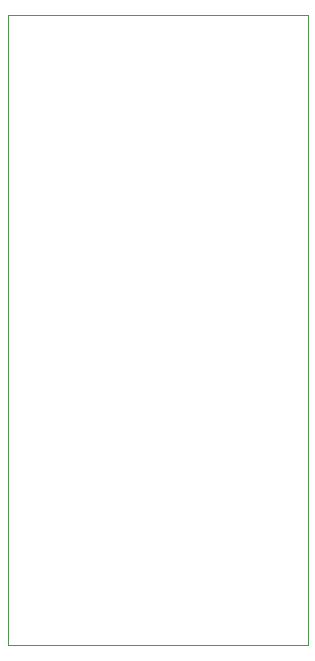
<source format=gbp>
G75*
%MOIN*%
%OFA0B0*%
%FSLAX25Y25*%
%IPPOS*%
%LPD*%
%AMOC8*
5,1,8,0,0,1.08239X$1,22.5*
%
%ADD10C,0.00000*%
D10*
X0001000Y0011000D02*
X0001000Y0221000D01*
X0101000Y0221000D01*
X0101000Y0011000D01*
X0001000Y0011000D01*
M02*

</source>
